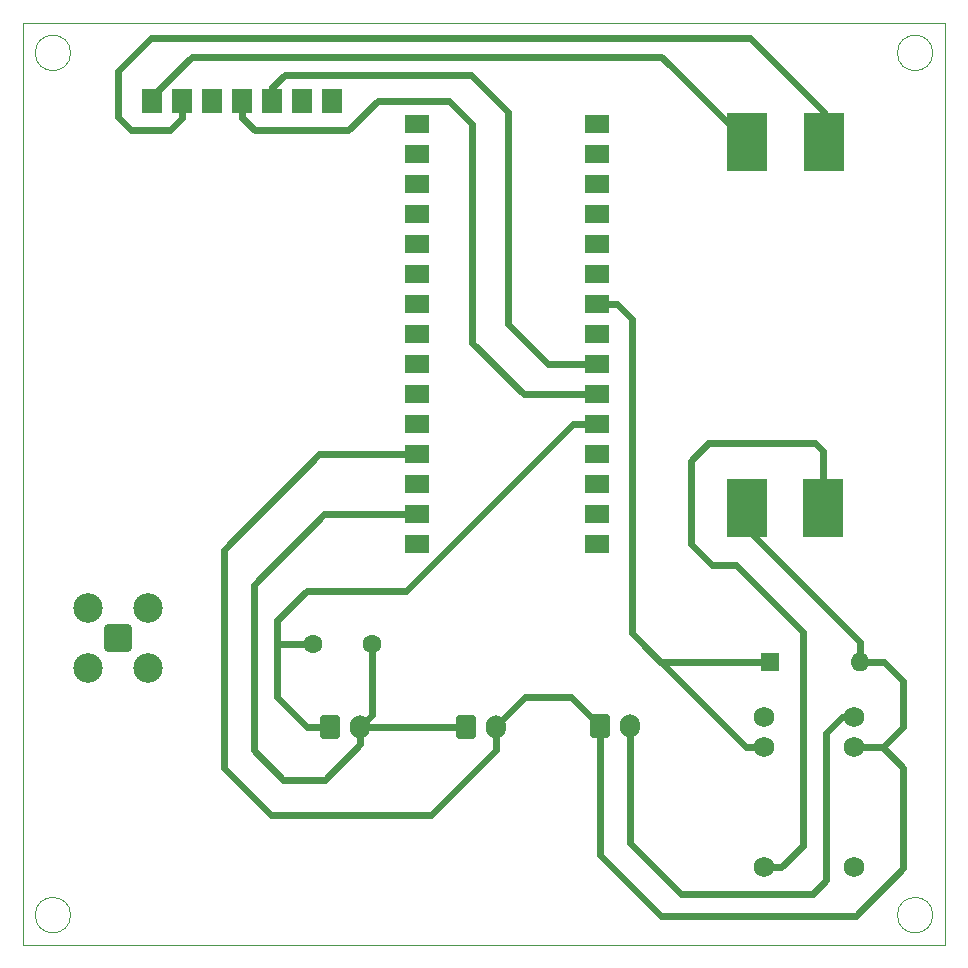
<source format=gbr>
%TF.GenerationSoftware,KiCad,Pcbnew,8.0.6*%
%TF.CreationDate,2025-01-03T17:39:28+02:00*%
%TF.ProjectId,button new,62757474-6f6e-4206-9e65-772e6b696361,rev?*%
%TF.SameCoordinates,Original*%
%TF.FileFunction,Copper,L2,Bot*%
%TF.FilePolarity,Positive*%
%FSLAX46Y46*%
G04 Gerber Fmt 4.6, Leading zero omitted, Abs format (unit mm)*
G04 Created by KiCad (PCBNEW 8.0.6) date 2025-01-03 17:39:28*
%MOMM*%
%LPD*%
G01*
G04 APERTURE LIST*
G04 Aperture macros list*
%AMRoundRect*
0 Rectangle with rounded corners*
0 $1 Rounding radius*
0 $2 $3 $4 $5 $6 $7 $8 $9 X,Y pos of 4 corners*
0 Add a 4 corners polygon primitive as box body*
4,1,4,$2,$3,$4,$5,$6,$7,$8,$9,$2,$3,0*
0 Add four circle primitives for the rounded corners*
1,1,$1+$1,$2,$3*
1,1,$1+$1,$4,$5*
1,1,$1+$1,$6,$7*
1,1,$1+$1,$8,$9*
0 Add four rect primitives between the rounded corners*
20,1,$1+$1,$2,$3,$4,$5,0*
20,1,$1+$1,$4,$5,$6,$7,0*
20,1,$1+$1,$6,$7,$8,$9,0*
20,1,$1+$1,$8,$9,$2,$3,0*%
G04 Aperture macros list end*
%TA.AperFunction,ComponentPad*%
%ADD10R,1.600000X1.600000*%
%TD*%
%TA.AperFunction,ComponentPad*%
%ADD11O,1.600000X1.600000*%
%TD*%
%TA.AperFunction,ComponentPad*%
%ADD12RoundRect,0.250000X-0.600000X-0.750000X0.600000X-0.750000X0.600000X0.750000X-0.600000X0.750000X0*%
%TD*%
%TA.AperFunction,ComponentPad*%
%ADD13O,1.700000X2.000000*%
%TD*%
%TA.AperFunction,ComponentPad*%
%ADD14R,2.000000X1.600000*%
%TD*%
%TA.AperFunction,ComponentPad*%
%ADD15C,1.600000*%
%TD*%
%TA.AperFunction,ComponentPad*%
%ADD16RoundRect,0.200100X0.949900X0.949900X-0.949900X0.949900X-0.949900X-0.949900X0.949900X-0.949900X0*%
%TD*%
%TA.AperFunction,ComponentPad*%
%ADD17C,2.500000*%
%TD*%
%TA.AperFunction,ComponentPad*%
%ADD18C,1.750000*%
%TD*%
%TA.AperFunction,ComponentPad*%
%ADD19R,3.500000X5.000000*%
%TD*%
%TA.AperFunction,ComponentPad*%
%ADD20R,1.700000X2.000000*%
%TD*%
%TA.AperFunction,Conductor*%
%ADD21C,0.600000*%
%TD*%
%TA.AperFunction,Profile*%
%ADD22C,0.050000*%
%TD*%
G04 APERTURE END LIST*
D10*
%TO.P,D1,1,K*%
%TO.N,Net-(A1-D6)*%
X160080000Y-106110000D03*
D11*
%TO.P,D1,2,A*%
%TO.N,GNDREF*%
X167700000Y-106110000D03*
%TD*%
D12*
%TO.P,Button1,1,Pin_1*%
%TO.N,Net-(A1-D2)*%
X122890000Y-111610000D03*
D13*
%TO.P,Button1,2,Pin_2*%
%TO.N,GNDREF*%
X125390000Y-111610000D03*
%TD*%
D12*
%TO.P,Power1,1,Pin_1*%
%TO.N,Vcc 1*%
X134390000Y-111610000D03*
D13*
%TO.P,Power1,2,Pin_2*%
%TO.N,GNDREF*%
X136890000Y-111610000D03*
%TD*%
D14*
%TO.P,A1,1,D1/TX*%
%TO.N,unconnected-(A1-D1{slash}TX-Pad1)*%
X145500000Y-96160000D03*
%TO.P,A1,2,D0/RX*%
%TO.N,unconnected-(A1-D0{slash}RX-Pad2)*%
X145500000Y-93620000D03*
%TO.P,A1,3,~{RESET}*%
%TO.N,unconnected-(A1-~{RESET}-Pad3)*%
X145500000Y-91080000D03*
%TO.P,A1,4,GND*%
%TO.N,unconnected-(A1-GND-Pad4)*%
X145500000Y-88540000D03*
%TO.P,A1,5,D2*%
%TO.N,Net-(A1-D2)*%
X145500000Y-86000000D03*
%TO.P,A1,6,D3*%
%TO.N,Net-(A1-D3)*%
X145500000Y-83460000D03*
%TO.P,A1,7,D4*%
%TO.N,Net-(A1-D4)*%
X145500000Y-80920000D03*
%TO.P,A1,8,D5*%
%TO.N,unconnected-(A1-D5-Pad8)*%
X145500000Y-78380000D03*
%TO.P,A1,9,D6*%
%TO.N,Net-(A1-D6)*%
X145500000Y-75840000D03*
%TO.P,A1,10,D7*%
%TO.N,unconnected-(A1-D7-Pad10)*%
X145500000Y-73300000D03*
%TO.P,A1,11,D8*%
%TO.N,unconnected-(A1-D8-Pad11)*%
X145500000Y-70760000D03*
%TO.P,A1,12,D9*%
%TO.N,unconnected-(A1-D9-Pad12)*%
X145500000Y-68220000D03*
%TO.P,A1,13,D10*%
%TO.N,unconnected-(A1-D10-Pad13)*%
X145500000Y-65680000D03*
%TO.P,A1,14,D11*%
%TO.N,unconnected-(A1-D11-Pad14)*%
X145500000Y-63140000D03*
%TO.P,A1,15,D12*%
%TO.N,unconnected-(A1-D12-Pad15)*%
X145500000Y-60600000D03*
%TO.P,A1,16,D13*%
%TO.N,unconnected-(A1-D13-Pad16)*%
X130260000Y-60600000D03*
%TO.P,A1,17,3V3*%
%TO.N,unconnected-(A1-3V3-Pad17)*%
X130260000Y-63140000D03*
%TO.P,A1,18,AREF*%
%TO.N,unconnected-(A1-AREF-Pad18)*%
X130260000Y-65680000D03*
%TO.P,A1,19,A0*%
%TO.N,unconnected-(A1-A0-Pad19)*%
X130260000Y-68220000D03*
%TO.P,A1,20,A1*%
%TO.N,unconnected-(A1-A1-Pad20)*%
X130260000Y-70760000D03*
%TO.P,A1,21,A2*%
%TO.N,unconnected-(A1-A2-Pad21)*%
X130260000Y-73300000D03*
%TO.P,A1,22,A3*%
%TO.N,unconnected-(A1-A3-Pad22)*%
X130260000Y-75840000D03*
%TO.P,A1,23,A4*%
%TO.N,unconnected-(A1-A4-Pad23)*%
X130260000Y-78380000D03*
%TO.P,A1,24,A5*%
%TO.N,unconnected-(A1-A5-Pad24)*%
X130260000Y-80920000D03*
%TO.P,A1,25,A6*%
%TO.N,unconnected-(A1-A6-Pad25)*%
X130260000Y-83460000D03*
%TO.P,A1,26,A7*%
%TO.N,unconnected-(A1-A7-Pad26)*%
X130260000Y-86000000D03*
%TO.P,A1,27,+5V*%
%TO.N,Vcc 1*%
X130260000Y-88540000D03*
%TO.P,A1,28,~{RESET}*%
%TO.N,unconnected-(A1-~{RESET}-Pad28)*%
X130260000Y-91080000D03*
%TO.P,A1,29,GND*%
%TO.N,GNDREF*%
X130260000Y-93620000D03*
%TO.P,A1,30,VIN*%
%TO.N,unconnected-(A1-VIN-Pad30)*%
X130260000Y-96160000D03*
%TD*%
D15*
%TO.P,C1,1*%
%TO.N,GNDREF*%
X126390000Y-104610000D03*
%TO.P,C1,2*%
%TO.N,Net-(A1-D2)*%
X121390000Y-104610000D03*
%TD*%
D12*
%TO.P,Power2,1,Pin_1*%
%TO.N,GNDREF*%
X145754283Y-111584199D03*
D13*
%TO.P,Power2,2,Pin_2*%
%TO.N,Net-(K1-NO)*%
X148254283Y-111584199D03*
%TD*%
D16*
%TO.P,ANT,1*%
%TO.N,N/C*%
X104930000Y-104070000D03*
D17*
%TO.P,ANT,2*%
X107470000Y-106610000D03*
X107470000Y-101530000D03*
X102390000Y-106610000D03*
X102390000Y-101530000D03*
%TD*%
D18*
%TO.P,K1,1,NO*%
%TO.N,Net-(K1-NO)*%
X167200000Y-110825000D03*
%TO.P,K1,2,COIL_1*%
%TO.N,GNDREF*%
X167200000Y-113365000D03*
%TO.P,K1,3,COM_1*%
%TO.N,unconnected-(K1-COM_1-Pad3)*%
X167200000Y-123525000D03*
%TO.P,K1,4,COM_2*%
%TO.N,Net-(K1-COM_2)*%
X159580000Y-123525000D03*
%TO.P,K1,5,COIL_2*%
%TO.N,Net-(A1-D6)*%
X159580000Y-113365000D03*
%TO.P,K1,6,NC*%
%TO.N,unconnected-(K1-NC-Pad6)*%
X159580000Y-110825000D03*
%TD*%
D19*
%TO.P,U1,1,VIN+*%
%TO.N,Net-(K1-COM_2)*%
X164590000Y-93110000D03*
%TO.P,U1,2,VIN-*%
%TO.N,GNDREF*%
X158140000Y-93110000D03*
%TO.P,U1,3,VOUT-*%
%TO.N,Net-(SIM800LV2-5V)*%
X158140000Y-62110000D03*
%TO.P,U1,4,VOUT+*%
%TO.N,Net-(U1-VOUT+)*%
X164640000Y-62110000D03*
%TD*%
D20*
%TO.P,SIM800LV2,1,5V*%
%TO.N,Net-(SIM800LV2-5V)*%
X107810000Y-58610000D03*
%TO.P,SIM800LV2,2,GND*%
%TO.N,Net-(U1-VOUT+)*%
X110350000Y-58610000D03*
%TO.P,SIM800LV2,3,VDD*%
%TO.N,unconnected-(SIM800LV2-VDD-Pad3)*%
X112890000Y-58610000D03*
%TO.P,SIM800LV2,4,SIM_TX*%
%TO.N,Net-(A1-D3)*%
X115430000Y-58610000D03*
%TO.P,SIM800LV2,5,SIM_RX*%
%TO.N,Net-(A1-D4)*%
X117970000Y-58610000D03*
%TO.P,SIM800LV2,6,GND*%
%TO.N,unconnected-(SIM800LV2-GND-Pad6)*%
X120510000Y-58610000D03*
%TO.P,SIM800LV2,7,RST*%
%TO.N,unconnected-(SIM800LV2-RST-Pad7)*%
X123050000Y-58610000D03*
%TD*%
D21*
%TO.N,Net-(A1-D6)*%
X149357500Y-104642500D02*
X148390000Y-103675000D01*
X160080000Y-106110000D02*
X150825000Y-106110000D01*
X157107500Y-112392500D02*
X149357500Y-104642500D01*
X159580000Y-113365000D02*
X158080000Y-113365000D01*
X147120000Y-75840000D02*
X145500000Y-75840000D01*
X148390000Y-77110000D02*
X147120000Y-75840000D01*
X158080000Y-113365000D02*
X157107500Y-112392500D01*
X150825000Y-106110000D02*
X149357500Y-104642500D01*
X148390000Y-103675000D02*
X148390000Y-77110000D01*
%TO.N,GNDREF*%
X168135000Y-113365000D02*
X167200000Y-113365000D01*
X139390000Y-109110000D02*
X137526396Y-110973604D01*
X122390000Y-116110000D02*
X125390000Y-113110000D01*
X169740000Y-106110000D02*
X171390000Y-107760000D01*
X130260000Y-93620000D02*
X122380000Y-93620000D01*
X169645000Y-113365000D02*
X171390000Y-115110000D01*
X143280084Y-109110000D02*
X145754283Y-111584199D01*
X158140000Y-94860000D02*
X158140000Y-93110000D01*
X167200000Y-113365000D02*
X168390000Y-113365000D01*
X145754283Y-122474283D02*
X145754283Y-111584199D01*
X118890000Y-116110000D02*
X122390000Y-116110000D01*
X171390000Y-115110000D02*
X171390000Y-123610000D01*
X167700000Y-106110000D02*
X169740000Y-106110000D01*
X169635000Y-113365000D02*
X171390000Y-111610000D01*
X171390000Y-123610000D02*
X167390000Y-127610000D01*
X126390000Y-110610000D02*
X125390000Y-111610000D01*
X167700000Y-106110000D02*
X167700000Y-104420000D01*
X116390000Y-113610000D02*
X118890000Y-116110000D01*
X167390000Y-127610000D02*
X150890000Y-127610000D01*
X171390000Y-107760000D02*
X171390000Y-110110000D01*
X134390000Y-111610000D02*
X125390000Y-111610000D01*
X125390000Y-113110000D02*
X125390000Y-111610000D01*
X126390000Y-105110000D02*
X126390000Y-110610000D01*
X168390000Y-113365000D02*
X169635000Y-113365000D01*
X150890000Y-127610000D02*
X145754283Y-122474283D01*
X168390000Y-113365000D02*
X169645000Y-113365000D01*
X122380000Y-93620000D02*
X116390000Y-99610000D01*
X171390000Y-111610000D02*
X171390000Y-110110000D01*
X143280084Y-109110000D02*
X139390000Y-109110000D01*
X167700000Y-104420000D02*
X158140000Y-94860000D01*
X116390000Y-99610000D02*
X116390000Y-113610000D01*
%TO.N,Net-(A1-D3)*%
X134890000Y-60610000D02*
X134890000Y-79110000D01*
X132890000Y-58610000D02*
X134890000Y-60610000D01*
X116480000Y-61110000D02*
X124390000Y-61110000D01*
X124390000Y-61110000D02*
X126890000Y-58610000D01*
X134890000Y-79110000D02*
X139240000Y-83460000D01*
X115430000Y-60060000D02*
X116480000Y-61110000D01*
X126890000Y-58610000D02*
X132890000Y-58610000D01*
X115430000Y-58610000D02*
X115430000Y-60060000D01*
X139240000Y-83460000D02*
X145500000Y-83460000D01*
%TO.N,Net-(K1-NO)*%
X152550840Y-125770840D02*
X163729160Y-125770840D01*
X148254283Y-111584199D02*
X148254283Y-121474283D01*
X148254283Y-121474283D02*
X152550840Y-125770840D01*
X163729160Y-125770840D02*
X164890000Y-124610000D01*
X164890000Y-112110000D02*
X166175000Y-110825000D01*
X166175000Y-110825000D02*
X167200000Y-110825000D01*
X164890000Y-124610000D02*
X164890000Y-112110000D01*
%TO.N,Net-(SIM800LV2-5V)*%
X107810000Y-58250000D02*
X107810000Y-58610000D01*
X158140000Y-62110000D02*
X151627800Y-55597800D01*
X151616250Y-55597800D02*
X150890000Y-54871550D01*
X111188450Y-54871550D02*
X107810000Y-58250000D01*
X150890000Y-54871550D02*
X111188450Y-54871550D01*
X151627800Y-55597800D02*
X151616250Y-55597800D01*
%TO.N,Net-(A1-D4)*%
X117970000Y-58610000D02*
X117970000Y-57466752D01*
X117970000Y-57466752D02*
X119038987Y-56397765D01*
X137890000Y-59530314D02*
X137890000Y-77477229D01*
X137890000Y-77477229D02*
X141332771Y-80920000D01*
X141332771Y-80920000D02*
X145500000Y-80920000D01*
X119038987Y-56397765D02*
X134757451Y-56397765D01*
X134757451Y-56397765D02*
X137890000Y-59530314D01*
%TO.N,Net-(A1-D2)*%
X121390000Y-104610000D02*
X118390000Y-104610000D01*
X143420000Y-86000000D02*
X145500000Y-86000000D01*
X118390000Y-102610000D02*
X120890000Y-100110000D01*
X120890000Y-100110000D02*
X129310000Y-100110000D01*
X120890000Y-111610000D02*
X118390000Y-109110000D01*
X118390000Y-104610000D02*
X118390000Y-102610000D01*
X118390000Y-109110000D02*
X118390000Y-104610000D01*
X122890000Y-111610000D02*
X120890000Y-111610000D01*
X129310000Y-100110000D02*
X143420000Y-86000000D01*
%TO.N,Net-(K1-COM_2)*%
X162890000Y-103610000D02*
X157213300Y-97933300D01*
X162890000Y-121715000D02*
X162890000Y-103610000D01*
X153390000Y-89110000D02*
X154890000Y-87610000D01*
X153390000Y-96110000D02*
X153390000Y-89110000D01*
X159580000Y-123525000D02*
X161080000Y-123525000D01*
X157213300Y-97933300D02*
X155213300Y-97933300D01*
X154890000Y-87610000D02*
X163890000Y-87610000D01*
X155213300Y-97933300D02*
X153390000Y-96110000D01*
X163890000Y-87610000D02*
X164590000Y-88310000D01*
X161080000Y-123525000D02*
X162890000Y-121715000D01*
X164590000Y-88310000D02*
X164590000Y-93110000D01*
%TO.N,Vcc 1*%
X136890000Y-111610000D02*
X136890000Y-113610000D01*
X113890000Y-96610000D02*
X121960000Y-88540000D01*
X117890000Y-119110000D02*
X113890000Y-115110000D01*
X136890000Y-113610000D02*
X131390000Y-119110000D01*
X131390000Y-119110000D02*
X117890000Y-119110000D01*
X121960000Y-88540000D02*
X130260000Y-88540000D01*
X113890000Y-115110000D02*
X113890000Y-96610000D01*
%TO.N,Net-(U1-VOUT+)*%
X106028600Y-61110000D02*
X104890000Y-59971400D01*
X164640000Y-59552899D02*
X158390000Y-53302899D01*
X104890000Y-59971400D02*
X104890000Y-56075045D01*
X110350000Y-58610000D02*
X110350000Y-60060000D01*
X107662146Y-53302899D02*
X158390000Y-53302899D01*
X164640000Y-62110000D02*
X164640000Y-59552899D01*
X109300000Y-61110000D02*
X106028600Y-61110000D01*
X110350000Y-60060000D02*
X109300000Y-61110000D01*
X104890000Y-56075045D02*
X107662146Y-53302899D01*
%TD*%
D22*
X96892500Y-52063500D02*
X174892500Y-52063500D01*
X174892500Y-130063500D01*
X96892500Y-130063500D01*
X96892500Y-52063500D01*
X100892500Y-54563500D02*
G75*
G02*
X97892500Y-54563500I-1500000J0D01*
G01*
X97892500Y-54563500D02*
G75*
G02*
X100892500Y-54563500I1500000J0D01*
G01*
X173892500Y-127563500D02*
G75*
G02*
X170892500Y-127563500I-1500000J0D01*
G01*
X170892500Y-127563500D02*
G75*
G02*
X173892500Y-127563500I1500000J0D01*
G01*
X173892500Y-54563500D02*
G75*
G02*
X170892500Y-54563500I-1500000J0D01*
G01*
X170892500Y-54563500D02*
G75*
G02*
X173892500Y-54563500I1500000J0D01*
G01*
X100892500Y-127563500D02*
G75*
G02*
X97892500Y-127563500I-1500000J0D01*
G01*
X97892500Y-127563500D02*
G75*
G02*
X100892500Y-127563500I1500000J0D01*
G01*
M02*

</source>
